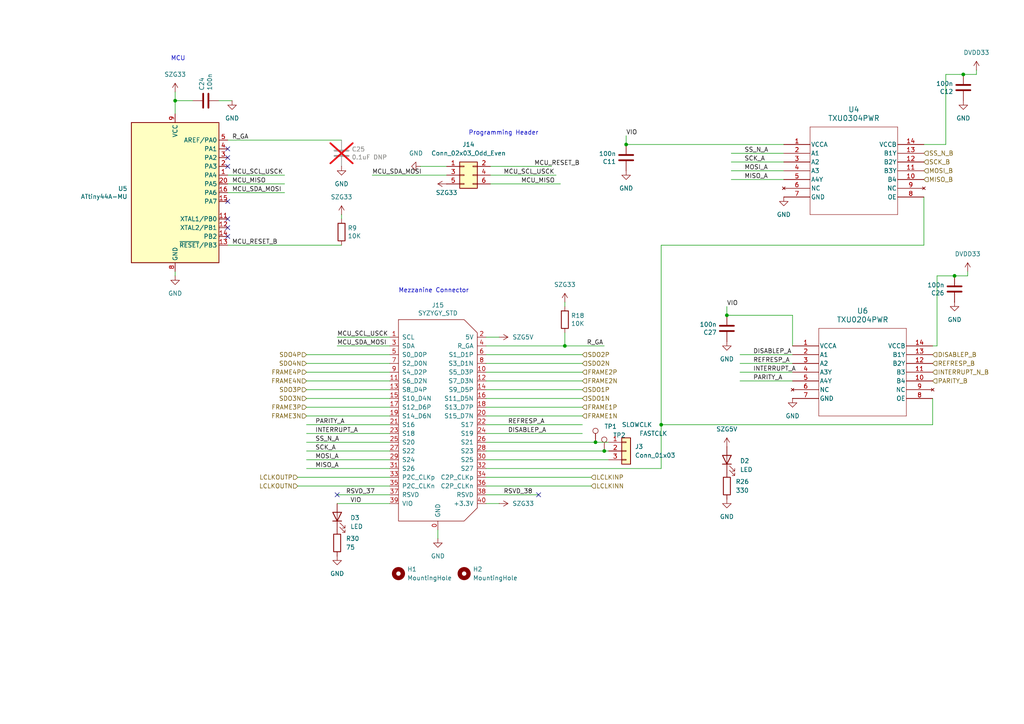
<source format=kicad_sch>
(kicad_sch (version 20231120) (generator "eeschema") (generator_version "8.0")
  (paper "A4")
  (lib_symbols
    (symbol "Connector:TestPoint" (pin_numbers hide) (pin_names (offset 0.762) hide)
      (property "Reference" "TP" (at 0 6.858 0))
      (property "Value" "TestPoint" (at 0 5.08 0))
      (symbol "TestPoint_0_1"
        (circle (center 0 3.302) (radius 0.762))
      )
      (symbol "TestPoint_1_1"
        (pin passive line (at 0 0 90) (length 2.54) (name "1") (number "1"))
      )
    )
    (symbol "Connector_Generic:Conn_01x03" (pin_names (offset 1.016) hide)
      (property "Reference" "J" (at 0 5.08 0))
      (property "Value" "Conn_01x03" (at 0 -5.08 0))
      (symbol "Conn_01x03_1_1"
        (rectangle (start -1.27 -2.413) (end 0 -2.667) (stroke (width 0.1524)))
        (rectangle (start -1.27 0.127) (end 0 -0.127) (stroke (width 0.1524)))
        (rectangle (start -1.27 2.667) (end 0 2.413) (stroke (width 0.1524)))
        (rectangle (start -1.27 3.81) (end 1.27 -3.81) (stroke (width 0.254)) (fill (type background)))
        (pin passive line (at -5.08 2.54 0) (length 3.81) (name "Pin_1") (number "1"))
        (pin passive line (at -5.08 0 0) (length 3.81) (name "Pin_2") (number "2"))
        (pin passive line (at -5.08 -2.54 0) (length 3.81) (name "Pin_3") (number "3"))
      )
    )
    (symbol "Connector_Generic:Conn_02x03_Odd_Even" (pin_names (offset 1.016) hide)
      (property "Reference" "J" (at 1.27 5.08 0))
      (property "Value" "Conn_02x03_Odd_Even" (at 1.27 -5.08 0))
      (symbol "Conn_02x03_Odd_Even_1_1"
        (rectangle (start -1.27 -2.413) (end 0 -2.667) (stroke (width 0.1524)))
        (rectangle (start -1.27 0.127) (end 0 -0.127) (stroke (width 0.1524)))
        (rectangle (start -1.27 2.667) (end 0 2.413) (stroke (width 0.1524)))
        (rectangle (start -1.27 3.81) (end 3.81 -3.81) (stroke (width 0.254)) (fill (type background)))
        (rectangle (start 3.81 -2.413) (end 2.54 -2.667) (stroke (width 0.1524)))
        (rectangle (start 3.81 0.127) (end 2.54 -0.127) (stroke (width 0.1524)))
        (rectangle (start 3.81 2.667) (end 2.54 2.413) (stroke (width 0.1524)))
        (pin passive line (at -5.08 2.54 0) (length 3.81) (name "Pin_1") (number "1"))
        (pin passive line (at 7.62 2.54 180) (length 3.81) (name "Pin_2") (number "2"))
        (pin passive line (at -5.08 0 0) (length 3.81) (name "Pin_3") (number "3"))
        (pin passive line (at 7.62 0 180) (length 3.81) (name "Pin_4") (number "4"))
        (pin passive line (at -5.08 -2.54 0) (length 3.81) (name "Pin_5") (number "5"))
        (pin passive line (at 7.62 -2.54 180) (length 3.81) (name "Pin_6") (number "6"))
      )
    )
    (symbol "Device:C" (pin_numbers hide) (pin_names (offset 0.254))
      (property "Reference" "C" (at 0.635 2.54 0))
      (property "Value" "C" (at 0.635 -2.54 0))
      (symbol "C_0_1"
        (polyline (pts (xy -2.032 -0.762) (xy 2.032 -0.762)) (stroke (width 0.508)))
        (polyline (pts (xy -2.032 0.762) (xy 2.032 0.762)) (stroke (width 0.508)))
      )
      (symbol "C_1_1"
        (pin passive line (at 0 3.81 270) (length 2.794) (name "~") (number "1"))
        (pin passive line (at 0 -3.81 90) (length 2.794) (name "~") (number "2"))
      )
    )
    (symbol "Device:LED" (pin_numbers hide) (pin_names (offset 1.016) hide)
      (property "Reference" "D" (at 0 2.54 0))
      (property "Value" "LED" (at 0 -2.54 0))
      (symbol "LED_0_1"
        (polyline (pts (xy -1.27 -1.27) (xy -1.27 1.27)) (stroke (width 0.254)))
        (polyline (pts (xy -1.27 0) (xy 1.27 0)))
        (polyline (pts (xy 1.27 -1.27) (xy 1.27 1.27) (xy -1.27 0) (xy 1.27 -1.27)) (stroke (width 0.254)))
        (polyline (pts (xy -3.048 -0.762) (xy -4.572 -2.286) (xy -3.81 -2.286) (xy -4.572 -2.286) (xy -4.572 -1.524)))
        (polyline (pts (xy -1.778 -0.762) (xy -3.302 -2.286) (xy -2.54 -2.286) (xy -3.302 -2.286) (xy -3.302 -1.524)))
      )
      (symbol "LED_1_1"
        (pin passive line (at -3.81 0 0) (length 2.54) (name "K") (number "1"))
        (pin passive line (at 3.81 0 180) (length 2.54) (name "A") (number "2"))
      )
    )
    (symbol "Device:R" (pin_numbers hide) (pin_names (offset 0))
      (property "Reference" "R" (at 2.032 0 90))
      (property "Value" "R" (at 0 0 90))
      (symbol "R_0_1"
        (rectangle (start -1.016 -2.54) (end 1.016 2.54) (stroke (width 0.254)))
      )
      (symbol "R_1_1"
        (pin passive line (at 0 3.81 270) (length 1.27) (name "~") (number "1"))
        (pin passive line (at 0 -3.81 90) (length 1.27) (name "~") (number "2"))
      )
    )
    (symbol "GND_1" (power) (pin_numbers hide) (pin_names (offset 0) hide)
      (property "Value" "GND" (at 0 -3.81 0))
      (symbol "GND_1_0_1"
        (polyline (pts (xy 0 0) (xy 0 -1.27) (xy 1.27 -1.27) (xy 0 -2.54) (xy -1.27 -1.27) (xy 0 -1.27)))
      )
      (symbol "GND_1_1_1"
        (pin power_in line (at 0 0 270) (length 0) (name "~") (number "1"))
      )
    )
    (symbol "Mechanical:MountingHole" (pin_names (offset 1.016)) (exclude_from_sim yes) (in_bom no)
      (property "Reference" "H" (at 0 5.08 0))
      (property "Value" "MountingHole" (at 0 3.175 0))
      (symbol "MountingHole_0_1"
        (circle (center 0 0) (radius 1.27) (stroke (width 1.27)))
      )
    )
    (symbol "SYZYGY:SYZYGY_STD" (pin_names (offset 1.016))
      (property "Reference" "J" (at -10.16 30.48 0))
      (property "Value" "SYZYGY_STD" (at -10.16 27.94 0))
      (symbol "SYZYGY_STD_0_1"
        (polyline (pts (xy -11.43 26.67) (xy -11.43 -31.75) (xy 7.62 -31.75) (xy 11.43 -27.94)))
        (polyline (pts (xy 11.43 -27.94) (xy 11.43 22.86) (xy 7.62 26.67) (xy -11.43 26.67)))
      )
      (symbol "SYZYGY_STD_1_1"
        (pin passive line (at 0 -34.29 90) (length 2.54) (name "GND") (number "0"))
        (pin passive line (at -13.97 21.59 0) (length 2.54) (name "SCL") (number "1"))
        (pin passive line (at 13.97 11.43 180) (length 2.54) (name "S5_D3P") (number "10"))
        (pin passive line (at -13.97 8.89 0) (length 2.54) (name "S6_D2N") (number "11"))
        (pin passive line (at 13.97 8.89 180) (length 2.54) (name "S7_D3N") (number "12"))
        (pin passive line (at -13.97 6.35 0) (length 2.54) (name "S8_D4P") (number "13"))
        (pin passive line (at 13.97 6.35 180) (length 2.54) (name "S9_D5P") (number "14"))
        (pin passive line (at -13.97 3.81 0) (length 2.54) (name "S10_D4N") (number "15"))
        (pin passive line (at 13.97 3.81 180) (length 2.54) (name "S11_D5N") (number "16"))
        (pin passive line (at -13.97 1.27 0) (length 2.54) (name "S12_D6P") (number "17"))
        (pin passive line (at 13.97 1.27 180) (length 2.54) (name "S13_D7P") (number "18"))
        (pin passive line (at -13.97 -1.27 0) (length 2.54) (name "S14_D6N") (number "19"))
        (pin power_out line (at 13.97 21.59 180) (length 2.54) (name "5V") (number "2"))
        (pin passive line (at 13.97 -1.27 180) (length 2.54) (name "S15_D7N") (number "20"))
        (pin passive line (at -13.97 -3.81 0) (length 2.54) (name "S16") (number "21"))
        (pin passive line (at 13.97 -3.81 180) (length 2.54) (name "S17") (number "22"))
        (pin passive line (at -13.97 -6.35 0) (length 2.54) (name "S18") (number "23"))
        (pin passive line (at 13.97 -6.35 180) (length 2.54) (name "S19") (number "24"))
        (pin passive line (at -13.97 -8.89 0) (length 2.54) (name "S20") (number "25"))
        (pin passive line (at 13.97 -8.89 180) (length 2.54) (name "S21") (number "26"))
        (pin passive line (at -13.97 -11.43 0) (length 2.54) (name "S22") (number "27"))
        (pin passive line (at 13.97 -11.43 180) (length 2.54) (name "S23") (number "28"))
        (pin passive line (at -13.97 -13.97 0) (length 2.54) (name "S24") (number "29"))
        (pin passive line (at -13.97 19.05 0) (length 2.54) (name "SDA") (number "3"))
        (pin passive line (at 13.97 -13.97 180) (length 2.54) (name "S25") (number "30"))
        (pin passive line (at -13.97 -16.51 0) (length 2.54) (name "S26") (number "31"))
        (pin passive line (at 13.97 -16.51 180) (length 2.54) (name "S27") (number "32"))
        (pin passive line (at -13.97 -19.05 0) (length 2.54) (name "P2C_CLKp") (number "33"))
        (pin passive line (at 13.97 -19.05 180) (length 2.54) (name "C2P_CLKp") (number "34"))
        (pin passive line (at -13.97 -21.59 0) (length 2.54) (name "P2C_CLKn") (number "35"))
        (pin passive line (at 13.97 -21.59 180) (length 2.54) (name "C2P_CLKn") (number "36"))
        (pin passive line (at -13.97 -24.13 0) (length 2.54) (name "RSVD") (number "37"))
        (pin passive line (at 13.97 -24.13 180) (length 2.54) (name "RSVD") (number "38"))
        (pin power_out line (at -13.97 -26.67 0) (length 2.54) (name "VIO") (number "39"))
        (pin passive line (at 13.97 19.05 180) (length 2.54) (name "R_GA") (number "4"))
        (pin power_out line (at 13.97 -26.67 180) (length 2.54) (name "+3.3V") (number "40"))
        (pin passive line (at -13.97 16.51 0) (length 2.54) (name "S0_D0P") (number "5"))
        (pin passive line (at 13.97 16.51 180) (length 2.54) (name "S1_D1P") (number "6"))
        (pin passive line (at -13.97 13.97 0) (length 2.54) (name "S2_D0N") (number "7"))
        (pin passive line (at 13.97 13.97 180) (length 2.54) (name "S3_D1N") (number "8"))
        (pin passive line (at -13.97 11.43 0) (length 2.54) (name "S4_D2P") (number "9"))
      )
    )
    (symbol "SZG-TEMPLATE-STD:ATtiny44A-MU-MCU_Microchip_ATtiny"
      (property "Reference" "U" (at -12.7 21.59 0))
      (property "Value" "ATtiny44A-MU-MCU_Microchip_ATtiny" (at 2.54 -21.59 0))
      (symbol "ATtiny44A-MU-MCU_Microchip_ATtiny_0_1"
        (rectangle (start -12.7 -20.32) (end 12.7 20.32) (stroke (width 0.254)) (fill (type background)))
      )
      (symbol "ATtiny44A-MU-MCU_Microchip_ATtiny_1_1"
        (pin bidirectional line (at 15.24 5.08 180) (length 2.54) (name "PA4") (number "1"))
        (pin no_connect line (at -12.7 -10.16 0) (length 2.54) hide (name "NC") (number "10"))
        (pin bidirectional line (at 15.24 -7.62 180) (length 2.54) (name "XTAL1/PB0") (number "11"))
        (pin bidirectional line (at 15.24 -10.16 180) (length 2.54) (name "XTAL2/PB1") (number "12"))
        (pin bidirectional line (at 15.24 -15.24 180) (length 2.54) (name "~{RESET}/PB3") (number "13"))
        (pin bidirectional line (at 15.24 -12.7 180) (length 2.54) (name "PB2") (number "14"))
        (pin bidirectional line (at 15.24 -2.54 180) (length 2.54) (name "PA7") (number "15"))
        (pin bidirectional line (at 15.24 0 180) (length 2.54) (name "PA6") (number "16"))
        (pin no_connect line (at -12.7 -12.7 0) (length 2.54) hide (name "NC") (number "17"))
        (pin no_connect line (at -12.7 -15.24 0) (length 2.54) hide (name "NC") (number "18"))
        (pin no_connect line (at -12.7 -17.78 0) (length 2.54) hide (name "NC") (number "19"))
        (pin bidirectional line (at 15.24 7.62 180) (length 2.54) (name "PA3") (number "2"))
        (pin bidirectional line (at 15.24 2.54 180) (length 2.54) (name "PA5") (number "20"))
        (pin passive line (at 0 -22.86 90) (length 2.54) hide (name "GND") (number "21"))
        (pin bidirectional line (at 15.24 10.16 180) (length 2.54) (name "PA2") (number "3"))
        (pin bidirectional line (at 15.24 12.7 180) (length 2.54) (name "PA1") (number "4"))
        (pin bidirectional line (at 15.24 15.24 180) (length 2.54) (name "AREF/PA0") (number "5"))
        (pin no_connect line (at -12.7 -5.08 0) (length 2.54) hide (name "NC") (number "6"))
        (pin no_connect line (at -12.7 -7.62 0) (length 2.54) hide (name "NC") (number "7"))
        (pin power_in line (at 0 -22.86 90) (length 2.54) (name "GND") (number "8"))
        (pin power_in line (at 0 22.86 270) (length 2.54) (name "VCC") (number "9"))
      )
    )
    (symbol "TXU0204PWR:TXU0204PWR" (pin_names (offset 0.254))
      (property "Reference" "U6" (at 20.32 10.16 0))
      (property "Value" "TXU0204PWR" (at 20.32 7.62 0))
      (symbol "TXU0204PWR_0_1"
        (polyline (pts (xy 7.62 -20.32) (xy 33.02 -20.32)) (stroke (width 0.127)))
        (polyline (pts (xy 7.62 5.08) (xy 7.62 -20.32)) (stroke (width 0.127)))
        (polyline (pts (xy 33.02 -20.32) (xy 33.02 5.08)) (stroke (width 0.127)))
        (polyline (pts (xy 33.02 5.08) (xy 7.62 5.08)) (stroke (width 0.127)))
        (pin power_in line (at 0 0 0) (length 7.62) (name "VCCA") (number "1"))
        (pin input line (at 40.64 -10.16 180) (length 7.62) (name "B4") (number "10"))
        (pin input line (at 40.64 -7.62 180) (length 7.62) (name "B3") (number "11"))
        (pin output line (at 40.64 -5.08 180) (length 7.62) (name "B2Y") (number "12"))
        (pin output line (at 40.64 -2.54 180) (length 7.62) (name "B1Y") (number "13"))
        (pin power_in line (at 40.64 0 180) (length 7.62) (name "VCCB") (number "14"))
        (pin input line (at 0 -2.54 0) (length 7.62) (name "A1") (number "2"))
        (pin input line (at 0 -5.08 0) (length 7.62) (name "A2") (number "3"))
        (pin output line (at 0 -7.62 0) (length 7.62) (name "A3Y") (number "4"))
        (pin output line (at 0 -10.16 0) (length 7.62) (name "A4Y") (number "5"))
        (pin no_connect line (at 0 -12.7 0) (length 7.62) (name "NC") (number "6"))
        (pin power_in line (at 0 -15.24 0) (length 7.62) (name "GND") (number "7"))
        (pin input line (at 40.64 -15.24 180) (length 7.62) (name "OE") (number "8"))
        (pin no_connect line (at 40.64 -12.7 180) (length 7.62) (name "NC") (number "9"))
      )
    )
    (symbol "TXU0304PWR:TXU0304PWR" (pin_names (offset 0.254))
      (property "Reference" "U4" (at 20.32 10.16 0))
      (property "Value" "TXU0304PWR" (at 20.32 7.62 0))
      (symbol "TXU0304PWR_0_1"
        (polyline (pts (xy 7.62 -20.32) (xy 33.02 -20.32)) (stroke (width 0.127)))
        (polyline (pts (xy 7.62 5.08) (xy 7.62 -20.32)) (stroke (width 0.127)))
        (polyline (pts (xy 33.02 -20.32) (xy 33.02 5.08)) (stroke (width 0.127)))
        (polyline (pts (xy 33.02 5.08) (xy 7.62 5.08)) (stroke (width 0.127)))
        (pin power_in line (at 0 0 0) (length 7.62) (name "VCCA") (number "1"))
        (pin input line (at 40.64 -10.16 180) (length 7.62) (name "B4") (number "10"))
        (pin output line (at 40.64 -7.62 180) (length 7.62) (name "B3Y") (number "11"))
        (pin output line (at 40.64 -5.08 180) (length 7.62) (name "B2Y") (number "12"))
        (pin output line (at 40.64 -2.54 180) (length 7.62) (name "B1Y") (number "13"))
        (pin power_in line (at 40.64 0 180) (length 7.62) (name "VCCB") (number "14"))
        (pin input line (at 0 -2.54 0) (length 7.62) (name "A1") (number "2"))
        (pin input line (at 0 -5.08 0) (length 7.62) (name "A2") (number "3"))
        (pin input line (at 0 -7.62 0) (length 7.62) (name "A3") (number "4"))
        (pin output line (at 0 -10.16 0) (length 7.62) (name "A4Y") (number "5"))
        (pin no_connect line (at 0 -12.7 0) (length 7.62) (name "NC") (number "6"))
        (pin power_in line (at 0 -15.24 0) (length 7.62) (name "GND") (number "7"))
        (pin input line (at 40.64 -15.24 180) (length 7.62) (name "OE") (number "8"))
        (pin no_connect line (at 40.64 -12.7 180) (length 7.62) (name "NC") (number "9"))
      )
    )
    (symbol "power:VDD" (power) (pin_numbers hide) (pin_names (offset 0) hide)
      (property "Value" "VDD" (at 0 3.556 0))
      (symbol "VDD_0_1"
        (polyline (pts (xy -0.762 1.27) (xy 0 2.54)))
        (polyline (pts (xy 0 0) (xy 0 2.54)))
        (polyline (pts (xy 0 2.54) (xy 0.762 1.27)))
      )
      (symbol "VDD_1_1"
        (pin power_in line (at 0 0 90) (length 0) (name "~") (number "1"))
      )
    )
  )
  (junction (at 181.61 41.91))
  (junction (at 279.4 21.59))
  (junction (at 191.77 123.19))
  (junction (at 175.26 130.81))
  (junction (at 172.72 128.27))
  (junction (at 276.86 80.01))
  (junction (at 210.82 91.44))
  (junction (at 50.8 29.21))
  (junction (at 163.83 100.33))
  (no_connect (at 156.21 143.51))
  (no_connect (at 66.04 66.04))
  (no_connect (at 66.04 45.72))
  (no_connect (at 66.04 68.58))
  (no_connect (at 66.04 58.42))
  (no_connect (at 97.79 143.51))
  (no_connect (at 66.04 43.18))
  (no_connect (at 66.04 63.5))
  (no_connect (at 66.04 48.26))
  (wire (pts (xy 97.79 97.79) (xy 113.03 97.79)))
  (wire (pts (xy 88.9 115.57) (xy 113.03 115.57)))
  (wire (pts (xy 140.97 135.89) (xy 191.77 135.89)))
  (wire (pts (xy 140.97 107.95) (xy 168.91 107.95)))
  (wire (pts (xy 97.79 100.33) (xy 113.03 100.33)))
  (wire (pts (xy 88.9 107.95) (xy 113.03 107.95)))
  (wire (pts (xy 142.24 48.26) (xy 160.02 48.26)))
  (wire (pts (xy 66.04 53.34) (xy 82.55 53.34)))
  (wire (pts (xy 191.77 71.12) (xy 191.77 123.19)))
  (wire (pts (xy 50.8 26.67) (xy 50.8 29.21)))
  (wire (pts (xy 140.97 140.97) (xy 171.45 140.97)))
  (wire (pts (xy 97.79 143.51) (xy 113.03 143.51)))
  (wire (pts (xy 127 153.67) (xy 127 156.21)))
  (wire (pts (xy 88.9 123.19) (xy 113.03 123.19)))
  (wire (pts (xy 214.63 105.41) (xy 229.87 105.41)))
  (wire (pts (xy 140.97 130.81) (xy 175.26 130.81)))
  (wire (pts (xy 163.83 100.33) (xy 163.83 96.52)))
  (wire (pts (xy 66.04 40.64) (xy 99.06 40.64)))
  (wire (pts (xy 214.63 107.95) (xy 229.87 107.95)))
  (wire (pts (xy 140.97 118.11) (xy 168.91 118.11)))
  (wire (pts (xy 181.61 41.91) (xy 181.61 39.37)))
  (wire (pts (xy 274.32 41.91) (xy 267.97 41.91)))
  (wire (pts (xy 214.63 110.49) (xy 229.87 110.49)))
  (wire (pts (xy 140.97 128.27) (xy 172.72 128.27)))
  (wire (pts (xy 279.4 21.59) (xy 274.32 21.59)))
  (wire (pts (xy 140.97 97.79) (xy 144.78 97.79)))
  (wire (pts (xy 280.67 78.74) (xy 280.67 80.01)))
  (wire (pts (xy 270.51 123.19) (xy 270.51 115.57)))
  (wire (pts (xy 121.92 48.26) (xy 129.54 48.26)))
  (wire (pts (xy 107.95 50.8) (xy 129.54 50.8)))
  (wire (pts (xy 283.21 20.32) (xy 283.21 21.59)))
  (wire (pts (xy 229.87 91.44) (xy 229.87 100.33)))
  (wire (pts (xy 140.97 113.03) (xy 168.91 113.03)))
  (wire (pts (xy 140.97 102.87) (xy 168.91 102.87)))
  (wire (pts (xy 140.97 125.73) (xy 168.91 125.73)))
  (wire (pts (xy 142.24 50.8) (xy 161.29 50.8)))
  (wire (pts (xy 142.24 53.34) (xy 162.56 53.34)))
  (wire (pts (xy 140.97 115.57) (xy 168.91 115.57)))
  (wire (pts (xy 63.5 29.21) (xy 67.31 29.21)))
  (wire (pts (xy 267.97 57.15) (xy 267.97 71.12)))
  (wire (pts (xy 88.9 135.89) (xy 113.03 135.89)))
  (wire (pts (xy 140.97 123.19) (xy 168.91 123.19)))
  (wire (pts (xy 210.82 91.44) (xy 210.82 88.9)))
  (wire (pts (xy 50.8 29.21) (xy 50.8 33.02)))
  (wire (pts (xy 274.32 21.59) (xy 274.32 41.91)))
  (wire (pts (xy 50.8 80.01) (xy 50.8 78.74)))
  (wire (pts (xy 88.9 125.73) (xy 113.03 125.73)))
  (wire (pts (xy 271.78 100.33) (xy 270.51 100.33)))
  (wire (pts (xy 140.97 100.33) (xy 163.83 100.33)))
  (wire (pts (xy 88.9 118.11) (xy 113.03 118.11)))
  (wire (pts (xy 212.09 52.07) (xy 227.33 52.07)))
  (wire (pts (xy 88.9 130.81) (xy 113.03 130.81)))
  (wire (pts (xy 175.26 130.81) (xy 176.53 130.81)))
  (wire (pts (xy 88.9 113.03) (xy 113.03 113.03)))
  (wire (pts (xy 88.9 105.41) (xy 113.03 105.41)))
  (wire (pts (xy 88.9 110.49) (xy 113.03 110.49)))
  (wire (pts (xy 140.97 143.51) (xy 156.21 143.51)))
  (wire (pts (xy 113.03 146.05) (xy 97.79 146.05)))
  (wire (pts (xy 99.06 63.5) (xy 99.06 62.23)))
  (wire (pts (xy 66.04 50.8) (xy 82.55 50.8)))
  (wire (pts (xy 172.72 128.27) (xy 176.53 128.27)))
  (wire (pts (xy 191.77 71.12) (xy 267.97 71.12)))
  (wire (pts (xy 140.97 133.35) (xy 176.53 133.35)))
  (wire (pts (xy 140.97 110.49) (xy 168.91 110.49)))
  (wire (pts (xy 181.61 41.91) (xy 227.33 41.91)))
  (wire (pts (xy 212.09 44.45) (xy 227.33 44.45)))
  (wire (pts (xy 191.77 123.19) (xy 270.51 123.19)))
  (wire (pts (xy 86.36 138.43) (xy 113.03 138.43)))
  (wire (pts (xy 50.8 29.21) (xy 55.88 29.21)))
  (wire (pts (xy 66.04 55.88) (xy 82.55 55.88)))
  (wire (pts (xy 88.9 120.65) (xy 113.03 120.65)))
  (wire (pts (xy 140.97 146.05) (xy 144.78 146.05)))
  (wire (pts (xy 163.83 88.9) (xy 163.83 87.63)))
  (wire (pts (xy 271.78 80.01) (xy 271.78 100.33)))
  (wire (pts (xy 88.9 128.27) (xy 113.03 128.27)))
  (wire (pts (xy 280.67 80.01) (xy 276.86 80.01)))
  (wire (pts (xy 214.63 102.87) (xy 229.87 102.87)))
  (wire (pts (xy 283.21 21.59) (xy 279.4 21.59)))
  (wire (pts (xy 163.83 100.33) (xy 175.26 100.33)))
  (wire (pts (xy 86.36 140.97) (xy 113.03 140.97)))
  (wire (pts (xy 212.09 49.53) (xy 227.33 49.53)))
  (wire (pts (xy 140.97 105.41) (xy 168.91 105.41)))
  (wire (pts (xy 66.04 71.12) (xy 99.06 71.12)))
  (wire (pts (xy 140.97 120.65) (xy 168.91 120.65)))
  (wire (pts (xy 276.86 80.01) (xy 271.78 80.01)))
  (wire (pts (xy 140.97 138.43) (xy 171.45 138.43)))
  (wire (pts (xy 88.9 102.87) (xy 113.03 102.87)))
  (wire (pts (xy 191.77 123.19) (xy 191.77 135.89)))
  (wire (pts (xy 88.9 133.35) (xy 113.03 133.35)))
  (wire (pts (xy 210.82 91.44) (xy 229.87 91.44)))
  (wire (pts (xy 212.09 46.99) (xy 227.33 46.99)))
  (text "MCU" (at 49.53 17.78 0) (effects (font (size 1.27 1.27)) (justify left bottom)))
  (text "Mezzanine Connector" (at 115.57 85.09 0) (effects (font (size 1.27 1.27)) (justify left bottom)))
  (text "Programming Header" (at 135.89 39.37 0) (effects (font (size 1.27 1.27)) (justify left bottom)))
  (label "VIO" (at 210.82 88.9 0))
  (label "MCU_RESET_B" (at 154.94 48.26 0))
  (label "MCU_MISO" (at 67.31 53.34 0))
  (label "RSVD_38" (at 146.05 143.51 0))
  (label "VIO" (at 181.61 39.37 0))
  (label "MCU_SCL_USCK" (at 97.79 97.79 0))
  (label "DISABLEP_A" (at 147.32 125.73 0))
  (label "MISO_A" (at 215.9 52.07 0))
  (label "R_GA" (at 67.31 40.64 0))
  (label "MCU_SDA_MOSI" (at 97.79 100.33 0))
  (label "MOSI_A" (at 215.9 49.53 0))
  (label "R_GA" (at 170.18 100.33 0))
  (label "SCK_A" (at 91.44 130.81 0))
  (label "RSVD_37" (at 100.33 143.51 0))
  (label "MCU_RESET_B" (at 67.31 71.12 0))
  (label "MCU_SCL_USCK" (at 146.05 50.8 0))
  (label "VIO" (at 101.6 146.05 0))
  (label "SS_N_A" (at 91.44 128.27 0))
  (label "SCK_A" (at 215.9 46.99 0))
  (label "DISABLEP_A" (at 218.44 102.87 0))
  (label "REFRESP_A" (at 147.32 123.19 0))
  (label "INTERRUPT_A" (at 218.44 107.95 0))
  (label "MCU_SCL_USCK" (at 67.31 50.8 0))
  (label "MOSI_A" (at 91.44 133.35 0))
  (label "REFRESP_A" (at 218.44 105.41 0))
  (label "MCU_SDA_MOSI" (at 107.95 50.8 0))
  (label "MCU_SDA_MOSI" (at 67.31 55.88 0))
  (label "PARITY_A" (at 91.44 123.19 0))
  (label "MCU_MISO" (at 151.13 53.34 0))
  (label "SS_N_A" (at 215.9 44.45 0))
  (label "PARITY_A" (at 218.44 110.49 0))
  (label "MISO_A" (at 91.44 135.89 0))
  (label "INTERRUPT_A" (at 91.44 125.73 0))
  (hierarchical_label "MISO_B" (shape input) (at 267.97 52.07 0))
  (hierarchical_label "SDO2P" (shape input) (at 168.91 102.87 0))
  (hierarchical_label "FRAME2N" (shape input) (at 168.91 110.49 0))
  (hierarchical_label "SDO2N" (shape input) (at 168.91 105.41 0))
  (hierarchical_label "PARITY_B" (shape input) (at 270.51 110.49 0))
  (hierarchical_label "SDO3N" (shape input) (at 88.9 115.57 180))
  (hierarchical_label "LCLKOUTP" (shape input) (at 86.36 138.43 180))
  (hierarchical_label "SDO4N" (shape input) (at 88.9 105.41 180))
  (hierarchical_label "LCLKOUTN" (shape input) (at 86.36 140.97 180))
  (hierarchical_label "LCLKINP" (shape input) (at 171.45 138.43 0))
  (hierarchical_label "FRAME1P" (shape input) (at 168.91 118.11 0))
  (hierarchical_label "SDO3P" (shape input) (at 88.9 113.03 180))
  (hierarchical_label "MOSI_B" (shape input) (at 267.97 49.53 0))
  (hierarchical_label "REFRESP_B" (shape input) (at 270.51 105.41 0))
  (hierarchical_label "FRAME3N" (shape input) (at 88.9 120.65 180))
  (hierarchical_label "DISABLEP_B" (shape input) (at 270.51 102.87 0))
  (hierarchical_label "FRAME4P" (shape input) (at 88.9 107.95 180))
  (hierarchical_label "FRAME4N" (shape input) (at 88.9 110.49 180))
  (hierarchical_label "INTERRUPT_N_B" (shape input) (at 270.51 107.95 0))
  (hierarchical_label "SDO1N" (shape input) (at 168.91 115.57 0))
  (hierarchical_label "SS_N_B" (shape input) (at 267.97 44.45 0))
  (hierarchical_label "FRAME2P" (shape input) (at 168.91 107.95 0))
  (hierarchical_label "SDO4P" (shape input) (at 88.9 102.87 180))
  (hierarchical_label "LCLKINN" (shape input) (at 171.45 140.97 0))
  (hierarchical_label "SCK_B" (shape input) (at 267.97 46.99 0))
  (hierarchical_label "FRAME1N" (shape input) (at 168.91 120.65 0))
  (hierarchical_label "FRAME3P" (shape input) (at 88.9 118.11 180))
  (hierarchical_label "SDO1P" (shape input) (at 168.91 113.03 0))
  (symbol (lib_id "Device:C") (at 59.69 29.21 90) (unit 1)
    (property "Reference" "C24" (at 58.5216 26.289 0) (effects (justify left)))
    (property "Value" "100n" (at 60.833 26.289 0) (effects (justify left)))
    (property "Footprint" "Capacitor_SMD:C_0603_1608Metric_Pad1.08x0.95mm_HandSolder" (effects (hide yes)))
    (property "Manufacturer Reference" "C0603C104K3RACTU" (effects (hide yes)))
  )
  (symbol (lib_id "Device:C") (at 276.86 83.82 180) (unit 1)
    (property "Reference" "C26" (at 273.939 84.9884 0) (effects (justify left)))
    (property "Value" "100n" (at 273.939 82.677 0) (effects (justify left)))
    (property "Footprint" "Capacitor_SMD:C_0603_1608Metric_Pad1.08x0.95mm_HandSolder" (effects (hide yes)))
    (property "Manufacturer Reference" "C0603C104K3RACTU" (effects (hide yes)))
  )
  (symbol (lib_id "Device:C") (at 181.61 45.72 180) (unit 1)
    (property "Reference" "C11" (at 178.689 46.8884 0) (effects (justify left)))
    (property "Value" "100n" (at 178.689 44.577 0) (effects (justify left)))
    (property "Footprint" "Capacitor_SMD:C_0603_1608Metric_Pad1.08x0.95mm_HandSolder" (effects (hide yes)))
    (property "Manufacturer Reference" "C0603C104K3RACTU" (effects (hide yes)))
  )
  (symbol (lib_id "Connector:TestPoint") (at 175.26 130.81 0) (unit 1)
    (property "Reference" "TP2" (at 177.8 126.2379 0) (effects (justify left)))
    (property "Value" "FASTCLK" (at 185.42 125.73 0) (effects (justify left)))
    (property "Footprint" "TestPoint:TestPoint_Pad_1.0x1.0mm" (effects (hide yes)))
    (property "Description" "test point" (effects (hide yes)))
  )
  (symbol (lib_id "power:VDD") (at 129.54 53.34 90) (unit 1)
    (property "Reference" "#PWR095" (effects (hide yes)))
    (property "Value" "SZG33" (at 129.54 55.88 90))
    (property "Description" "Power symbol creates a global label with name \"VDD\"" (effects (hide yes)))
  )
  (symbol (lib_id "Connector_Generic:Conn_02x03_Odd_Even") (at 134.62 50.8 0) (unit 1)
    (property "Reference" "J14" (at 135.89 41.91 0))
    (property "Value" "Conn_02x03_Odd_Even" (at 135.89 44.45 0))
    (property "Footprint" "Connector_PinHeader_2.54mm:PinHeader_2x03_P2.54mm_Vertical" (effects (hide yes)))
    (property "Description" "Generic connector, double row, 02x03, odd/even pin numbering scheme (row 1 odd numbers, row 2 even numbers), script generated (kicad-library-utils/schlib/autogen/connector/)" (effects (hide yes)))
    (property "Manufacturer Reference" "61300621121" (effects (hide yes)))
  )
  (symbol (lib_id "power:VDD") (at 50.8 26.67 0) (unit 1)
    (property "Reference" "#PWR089" (effects (hide yes)))
    (property "Value" "SZG33" (at 50.8 21.59 0))
    (property "Description" "Power symbol creates a global label with name \"VDD\"" (effects (hide yes)))
  )
  (symbol (lib_id "power:VDD") (at 99.06 62.23 0) (unit 1)
    (property "Reference" "#PWR093" (effects (hide yes)))
    (property "Value" "SZG33" (at 99.06 57.15 0))
    (property "Description" "Power symbol creates a global label with name \"VDD\"" (effects (hide yes)))
  )
  (symbol (lib_id "Device:C") (at 99.06 44.45 0) (unit 1) (in_bom no) (dnp yes)
    (property "Reference" "C25" (at 101.981 43.2816 0) (effects (justify left)))
    (property "Value" "0.1uF DNP" (at 101.981 45.593 0) (effects (justify left)))
    (property "Footprint" "Capacitor_SMD:C_0603_1608Metric_Pad1.08x0.95mm_HandSolder" (effects (hide yes)))
  )
  (symbol (lib_id "power:VDD") (at 144.78 97.79 270) (unit 1)
    (property "Reference" "#PWR097" (effects (hide yes)))
    (property "Value" "SZG5V" (at 148.59 97.7899 90) (effects (justify left)))
    (property "Description" "Power symbol creates a global label with name \"VDD\"" (effects (hide yes)))
  )
  (symbol (lib_name "GND_1") (lib_id "power:GND") (at 127 156.21 0) (unit 1)
    (property "Reference" "#PWR011" (effects (hide yes)))
    (property "Value" "GND" (at 127 161.29 0))
    (property "Description" "Power symbol creates a global label with name \"GND\" , ground" (effects (hide yes)))
  )
  (symbol (lib_id "Device:R") (at 97.79 157.48 0) (unit 1)
    (property "Reference" "R30" (at 100.33 156.2099 0) (effects (justify left)))
    (property "Value" "75" (at 100.33 158.7499 0) (effects (justify left)))
    (property "Footprint" "Resistor_SMD:R_0603_1608Metric_Pad0.98x0.95mm_HandSolder" (effects (hide yes)))
    (property "Description" "Resistor" (effects (hide yes)))
    (property "Manufacturer Reference" "RC0603FR-0775RL" (effects (hide yes)))
  )
  (symbol (lib_name "GND_1") (lib_id "power:GND") (at 181.61 49.53 0) (unit 1)
    (property "Reference" "#PWR019" (effects (hide yes)))
    (property "Value" "GND" (at 181.61 54.61 0))
    (property "Description" "Power symbol creates a global label with name \"GND\" , ground" (effects (hide yes)))
  )
  (symbol (lib_name "GND_1") (lib_id "power:GND") (at 210.82 99.06 0) (unit 1)
    (property "Reference" "#PWR032" (effects (hide yes)))
    (property "Value" "GND" (at 210.82 104.14 0))
    (property "Description" "Power symbol creates a global label with name \"GND\" , ground" (effects (hide yes)))
  )
  (symbol (lib_name "GND_1") (lib_id "power:GND") (at 121.92 48.26 270) (unit 1)
    (property "Reference" "#PWR092" (effects (hide yes)))
    (property "Value" "GND" (at 120.65 44.45 90))
    (property "Description" "Power symbol creates a global label with name \"GND\" , ground" (effects (hide yes)))
  )
  (symbol (lib_id "power:VDD") (at 283.21 20.32 0) (unit 1)
    (property "Reference" "#PWR027" (effects (hide yes)))
    (property "Value" "DVDD33" (at 283.21 15.24 0))
    (property "Description" "Power symbol creates a global label with name \"VDD\"" (effects (hide yes)))
  )
  (symbol (lib_id "Device:LED") (at 97.79 149.86 90) (unit 1)
    (property "Reference" "D3" (at 101.6 150.1774 90) (effects (justify right)))
    (property "Value" "LED" (at 101.6 152.7174 90) (effects (justify right)))
    (property "Footprint" "Marcel:LED_0805_2012Metric_Pad1.15x1.40mm_HandSolder_AK" (effects (hide yes)))
    (property "Description" "Light emitting diode" (effects (hide yes)))
    (property "Manufacturer Reference" " HSMS-C170 " (effects (hide yes)))
  )
  (symbol (lib_id "Connector_Generic:Conn_01x03") (at 181.61 130.81 0) (unit 1)
    (property "Reference" "J3" (at 184.15 129.5399 0) (effects (justify left)))
    (property "Value" "Conn_01x03" (at 184.15 132.0799 0) (effects (justify left)))
    (property "Footprint" "Connector_PinHeader_2.54mm:PinHeader_1x03_P2.54mm_Vertical" (effects (hide yes)))
    (property "Description" "Generic connector, single row, 01x03, script generated (kicad-library-utils/schlib/autogen/connector/)" (effects (hide yes)))
    (property "Manufacturer Reference" "61300311121" (effects (hide yes)))
  )
  (symbol (lib_id "power:VDD") (at 163.83 87.63 0) (unit 1)
    (property "Reference" "#PWR088" (effects (hide yes)))
    (property "Value" "SZG33" (at 163.83 82.55 0))
    (property "Description" "Power symbol creates a global label with name \"VDD\"" (effects (hide yes)))
  )
  (symbol (lib_name "GND_1") (lib_id "power:GND") (at 276.86 87.63 0) (unit 1)
    (property "Reference" "#PWR030" (effects (hide yes)))
    (property "Value" "GND" (at 276.86 92.71 0))
    (property "Description" "Power symbol creates a global label with name \"GND\" , ground" (effects (hide yes)))
  )
  (symbol (lib_id "Device:LED") (at 210.82 133.35 90) (unit 1)
    (property "Reference" "D2" (at 214.63 133.6674 90) (effects (justify right)))
    (property "Value" "LED" (at 214.63 136.2074 90) (effects (justify right)))
    (property "Footprint" "Marcel:LED_0805_2012Metric_Pad1.15x1.40mm_HandSolder_AK" (effects (hide yes)))
    (property "Description" "Light emitting diode" (effects (hide yes)))
    (property "Manufacturer Reference" " HSMS-C170 " (effects (hide yes)))
  )
  (symbol (lib_id "Connector:TestPoint") (at 172.72 128.27 0) (unit 1)
    (property "Reference" "TP1" (at 175.26 123.6979 0) (effects (justify left)))
    (property "Value" "SLOWCLK" (at 180.34 123.19 0) (effects (justify left)))
    (property "Footprint" "TestPoint:TestPoint_Pad_1.0x1.0mm" (effects (hide yes)))
    (property "Description" "test point" (effects (hide yes)))
  )
  (symbol (lib_name "GND_1") (lib_id "power:GND") (at 97.79 161.29 0) (unit 1)
    (property "Reference" "#PWR020" (effects (hide yes)))
    (property "Value" "GND" (at 97.79 166.37 0))
    (property "Description" "Power symbol creates a global label with name \"GND\" , ground" (effects (hide yes)))
  )
  (symbol (lib_id "SYZYGY:SYZYGY_STD") (at 127 119.38 0) (unit 1)
    (property "Reference" "J15" (at 127 88.519 0))
    (property "Value" "SYZYGY_STD" (at 127 90.8304 0))
    (property "Footprint" "SYZYGY:QTE-020-01-F-D-A" (effects (hide yes)))
    (property "Datasheet" "http://suddendocs.samtec.com/catalog_english/qte.pdf" (effects (hide yes)))
    (property "Manufacturer" "Samtec" (effects (hide yes)))
    (property "Manufacturer_PN" "QTE-020-01-F-D-A" (effects (hide yes)))
    (property "Manufacturer Reference" "QTE-020-01-F-D-A" (effects (hide yes)))
  )
  (symbol (lib_name "GND_1") (lib_id "power:GND") (at 227.33 57.15 0) (unit 1)
    (property "Reference" "#PWR029" (effects (hide yes)))
    (property "Value" "GND" (at 227.33 62.23 0))
    (property "Description" "Power symbol creates a global label with name \"GND\" , ground" (effects (hide yes)))
  )
  (symbol (lib_id "power:VDD") (at 144.78 146.05 270) (unit 1)
    (property "Reference" "#PWR087" (effects (hide yes)))
    (property "Value" "SZG33" (at 148.59 146.0499 90) (effects (justify left)))
    (property "Description" "Power symbol creates a global label with name \"VDD\"" (effects (hide yes)))
  )
  (symbol (lib_name "GND_1") (lib_id "power:GND") (at 229.87 115.57 0) (unit 1)
    (property "Reference" "#PWR026" (effects (hide yes)))
    (property "Value" "GND" (at 229.87 120.65 0))
    (property "Description" "Power symbol creates a global label with name \"GND\" , ground" (effects (hide yes)))
  )
  (symbol (lib_name "GND_1") (lib_id "power:GND") (at 50.8 80.01 0) (unit 1)
    (property "Reference" "#PWR090" (effects (hide yes)))
    (property "Value" "GND" (at 50.8 85.09 0))
    (property "Description" "Power symbol creates a global label with name \"GND\" , ground" (effects (hide yes)))
  )
  (symbol (lib_id "TXU0304PWR:TXU0304PWR") (at 227.33 41.91 0) (unit 1)
    (property "Reference" "U4" (at 247.65 31.75 0) (effects (font (size 1.524 1.524))))
    (property "Value" "TXU0304PWR" (at 247.65 34.29 0) (effects (font (size 1.524 1.524))))
    (property "Footprint" "TXU0304PWR:TSSOP14_PW_TEX" (effects (hide yes)))
    (property "Datasheet" "https://www.ti.com/lit/gpn/txu0304" (effects (hide yes)))
    (property "Manufacturer Reference" "TXU0304PWR" (effects (hide yes)))
  )
  (symbol (lib_id "Device:R") (at 210.82 140.97 0) (unit 1)
    (property "Reference" "R26" (at 213.36 139.6999 0) (effects (justify left)))
    (property "Value" "330" (at 213.36 142.2399 0) (effects (justify left)))
    (property "Footprint" "Resistor_SMD:R_0603_1608Metric_Pad0.98x0.95mm_HandSolder" (effects (hide yes)))
    (property "Description" "Resistor" (effects (hide yes)))
    (property "Manufacturer Reference" "RC0603FR-07330RL" (effects (hide yes)))
  )
  (symbol (lib_id "power:VDD") (at 280.67 78.74 0) (unit 1)
    (property "Reference" "#PWR031" (effects (hide yes)))
    (property "Value" "DVDD33" (at 280.67 73.66 0))
    (property "Description" "Power symbol creates a global label with name \"VDD\"" (effects (hide yes)))
  )
  (symbol (lib_id "power:VDD") (at 210.82 129.54 0) (unit 1)
    (property "Reference" "#PWR014" (effects (hide yes)))
    (property "Value" "SZG5V" (at 210.82 124.46 0))
    (property "Description" "Power symbol creates a global label with name \"VDD\"" (effects (hide yes)))
  )
  (symbol (lib_id "Device:R") (at 99.06 67.31 0) (unit 1)
    (property "Reference" "R9" (at 100.838 66.1416 0) (effects (justify left)))
    (property "Value" "10K" (at 100.838 68.453 0) (effects (justify left)))
    (property "Footprint" "Resistor_SMD:R_0603_1608Metric_Pad0.98x0.95mm_HandSolder" (effects (hide yes)))
    (property "Manufacturer Reference" "RC0603FR-0710KL" (effects (hide yes)))
  )
  (symbol (lib_name "GND_1") (lib_id "power:GND") (at 99.06 48.26 0) (unit 1)
    (property "Reference" "#PWR086" (effects (hide yes)))
    (property "Value" "GND" (at 99.06 53.34 0))
    (property "Description" "Power symbol creates a global label with name \"GND\" , ground" (effects (hide yes)))
  )
  (symbol (lib_id "Device:R") (at 163.83 92.71 0) (unit 1)
    (property "Reference" "R18" (at 165.608 91.5416 0) (effects (justify left)))
    (property "Value" "10K" (at 165.608 93.853 0) (effects (justify left)))
    (property "Footprint" "Resistor_SMD:R_0603_1608Metric_Pad0.98x0.95mm_HandSolder" (effects (hide yes)))
    (property "Manufacturer Reference" "RC0603FR-0710KL" (effects (hide yes)))
  )
  (symbol (lib_id "Device:C") (at 279.4 25.4 180) (unit 1)
    (property "Reference" "C12" (at 276.479 26.5684 0) (effects (justify left)))
    (property "Value" "100n" (at 276.479 24.257 0) (effects (justify left)))
    (property "Footprint" "Capacitor_SMD:C_0603_1608Metric_Pad1.08x0.95mm_HandSolder" (effects (hide yes)))
    (property "Manufacturer Reference" "C0603C104K3RACTU" (effects (hide yes)))
  )
  (symbol (lib_name "GND_1") (lib_id "power:GND") (at 279.4 29.21 0) (unit 1)
    (property "Reference" "#PWR028" (effects (hide yes)))
    (property "Value" "GND" (at 279.4 34.29 0))
    (property "Description" "Power symbol creates a global label with name \"GND\" , ground" (effects (hide yes)))
  )
  (symbol (lib_id "Device:C") (at 210.82 95.25 180) (unit 1)
    (property "Reference" "C27" (at 207.899 96.4184 0) (effects (justify left)))
    (property "Value" "100n" (at 207.899 94.107 0) (effects (justify left)))
    (property "Footprint" "Capacitor_SMD:C_0603_1608Metric_Pad1.08x0.95mm_HandSolder" (effects (hide yes)))
    (property "Manufacturer Reference" "C0603C104K3RACTU" (effects (hide yes)))
  )
  (symbol (lib_id "Mechanical:MountingHole") (at 115.57 166.37 0) (unit 1) (exclude_from_sim yes) (in_bom no)
    (property "Reference" "H1" (at 118.11 165.0999 0) (effects (justify left)))
    (property "Value" "MountingHole" (at 118.11 167.6399 0) (effects (justify left)))
    (property "Footprint" "MountingHole:MountingHole_3.2mm_M3_DIN965" (effects (hide yes)))
    (property "Description" "Mounting Hole without connection" (effects (hide yes)))
  )
  (symbol (lib_id "TXU0204PWR:TXU0204PWR") (at 229.87 100.33 0) (unit 1)
    (property "Reference" "U6" (at 250.19 90.17 0) (effects (font (size 1.524 1.524))))
    (property "Value" "TXU0204PWR" (at 250.19 92.71 0) (effects (font (size 1.524 1.524))))
    (property "Footprint" "TXU0204PWR:TSSOP14_PW_TEX" (effects (hide yes)))
    (property "Datasheet" "https://www.ti.com/lit/gpn/txu0204" (effects (hide yes)))
    (property "Manufacturer Reference" "TXU0204PWR" (effects (hide yes)))
  )
  (symbol (lib_id "Mechanical:MountingHole") (at 134.62 166.37 0) (unit 1) (exclude_from_sim yes) (in_bom no)
    (property "Reference" "H2" (at 137.16 165.0999 0) (effects (justify left)))
    (property "Value" "MountingHole" (at 137.16 167.6399 0) (effects (justify left)))
    (property "Footprint" "MountingHole:MountingHole_3.2mm_M3_DIN965" (effects (hide yes)))
    (property "Description" "Mounting Hole without connection" (effects (hide yes)))
  )
  (symbol (lib_name "GND_1") (lib_id "power:GND") (at 67.31 29.21 0) (unit 1)
    (property "Reference" "#PWR091" (effects (hide yes)))
    (property "Value" "GND" (at 67.31 34.29 0))
    (property "Description" "Power symbol creates a global label with name \"GND\" , ground" (effects (hide yes)))
  )
  (symbol (lib_id "SZG-TEMPLATE-STD:ATtiny44A-MU-MCU_Microchip_ATtiny") (at 50.8 55.88 0) (unit 1)
    (property "Reference" "U5" (at 36.9824 54.7116 0) (effects (justify right)))
    (property "Value" "ATtiny44A-MU" (at 36.9824 57.023 0) (effects (justify right)))
    (property "Footprint" "SYZYGY:QFN-24-4x4mm" (effects (hide yes)))
    (property "Datasheet" "http://ww1.microchip.com/downloads/en/DeviceDoc/doc8183.pdf" (effects (hide yes)))
    (property "Manufacturer" "Microchip" (effects (hide yes)))
    (property "Manufacturer_PN" "ATTINY44A-MU" (effects (hide yes)))
    (property "Manufacturer Reference" "ATtiny44A-MU" (effects (hide yes)))
  )
  (symbol (lib_name "GND_1") (lib_id "power:GND") (at 210.82 144.78 0) (unit 1)
    (property "Reference" "#PWR015" (effects (hide yes)))
    (property "Value" "GND" (at 210.82 149.86 0))
    (property "Description" "Power symbol creates a global label with name \"GND\" , ground" (effects (hide yes)))
  )
)
</source>
